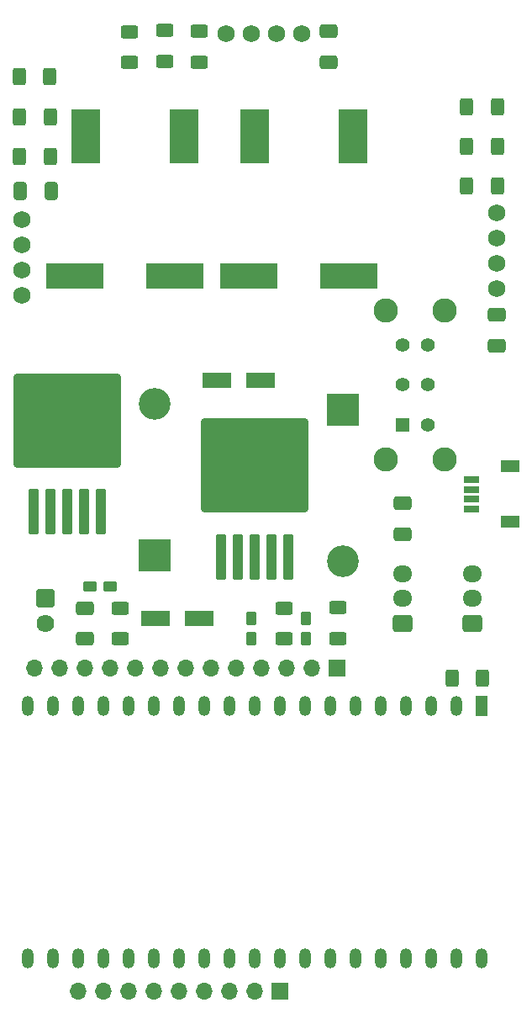
<source format=gbr>
%TF.GenerationSoftware,KiCad,Pcbnew,8.0.8*%
%TF.CreationDate,2025-02-20T18:43:26-05:00*%
%TF.ProjectId,pcb_v3,7063625f-7633-42e6-9b69-6361645f7063,rev?*%
%TF.SameCoordinates,Original*%
%TF.FileFunction,Soldermask,Top*%
%TF.FilePolarity,Negative*%
%FSLAX46Y46*%
G04 Gerber Fmt 4.6, Leading zero omitted, Abs format (unit mm)*
G04 Created by KiCad (PCBNEW 8.0.8) date 2025-02-20 18:43:26*
%MOMM*%
%LPD*%
G01*
G04 APERTURE LIST*
G04 Aperture macros list*
%AMRoundRect*
0 Rectangle with rounded corners*
0 $1 Rounding radius*
0 $2 $3 $4 $5 $6 $7 $8 $9 X,Y pos of 4 corners*
0 Add a 4 corners polygon primitive as box body*
4,1,4,$2,$3,$4,$5,$6,$7,$8,$9,$2,$3,0*
0 Add four circle primitives for the rounded corners*
1,1,$1+$1,$2,$3*
1,1,$1+$1,$4,$5*
1,1,$1+$1,$6,$7*
1,1,$1+$1,$8,$9*
0 Add four rect primitives between the rounded corners*
20,1,$1+$1,$2,$3,$4,$5,0*
20,1,$1+$1,$4,$5,$6,$7,0*
20,1,$1+$1,$6,$7,$8,$9,0*
20,1,$1+$1,$8,$9,$2,$3,0*%
G04 Aperture macros list end*
%ADD10RoundRect,0.250000X-0.400000X-0.625000X0.400000X-0.625000X0.400000X0.625000X-0.400000X0.625000X0*%
%ADD11R,5.800000X2.500000*%
%ADD12RoundRect,0.250000X0.300000X-2.050000X0.300000X2.050000X-0.300000X2.050000X-0.300000X-2.050000X0*%
%ADD13RoundRect,0.250002X5.149998X-4.449998X5.149998X4.449998X-5.149998X4.449998X-5.149998X-4.449998X0*%
%ADD14RoundRect,0.102000X0.604000X-0.604000X0.604000X0.604000X-0.604000X0.604000X-0.604000X-0.604000X0*%
%ADD15C,1.412000*%
%ADD16C,2.454000*%
%ADD17R,2.900000X5.400000*%
%ADD18RoundRect,0.250000X-0.412500X-0.650000X0.412500X-0.650000X0.412500X0.650000X-0.412500X0.650000X0*%
%ADD19RoundRect,0.102000X0.787500X-0.787500X0.787500X0.787500X-0.787500X0.787500X-0.787500X-0.787500X0*%
%ADD20C,1.779000*%
%ADD21RoundRect,0.102000X0.425000X-0.550000X0.425000X0.550000X-0.425000X0.550000X-0.425000X-0.550000X0*%
%ADD22C,1.734000*%
%ADD23R,1.200000X2.000000*%
%ADD24O,1.200000X2.000000*%
%ADD25R,3.200000X3.200000*%
%ADD26O,3.200000X3.200000*%
%ADD27RoundRect,0.250000X-0.650000X0.412500X-0.650000X-0.412500X0.650000X-0.412500X0.650000X0.412500X0*%
%ADD28RoundRect,0.250000X0.725000X-0.600000X0.725000X0.600000X-0.725000X0.600000X-0.725000X-0.600000X0*%
%ADD29O,1.950000X1.700000*%
%ADD30R,3.000000X1.600000*%
%ADD31RoundRect,0.250000X0.400000X0.625000X-0.400000X0.625000X-0.400000X-0.625000X0.400000X-0.625000X0*%
%ADD32R,1.700000X1.700000*%
%ADD33O,1.700000X1.700000*%
%ADD34RoundRect,0.250000X0.625000X-0.400000X0.625000X0.400000X-0.625000X0.400000X-0.625000X-0.400000X0*%
%ADD35RoundRect,0.250000X0.650000X-0.412500X0.650000X0.412500X-0.650000X0.412500X-0.650000X-0.412500X0*%
%ADD36RoundRect,0.250000X-0.625000X0.400000X-0.625000X-0.400000X0.625000X-0.400000X0.625000X0.400000X0*%
%ADD37R,1.549400X0.660400*%
%ADD38R,1.905000X1.295400*%
%ADD39RoundRect,0.102000X0.550000X0.425000X-0.550000X0.425000X-0.550000X-0.425000X0.550000X-0.425000X0*%
G04 APERTURE END LIST*
D10*
%TO.C,R7*%
X146450000Y-65500000D03*
X149550000Y-65500000D03*
%TD*%
D11*
%TO.C,CP4*%
X124450000Y-78500000D03*
X134550000Y-78500000D03*
%TD*%
D12*
%TO.C,U2*%
X102825000Y-102225000D03*
X104525000Y-102225000D03*
X106225000Y-102225000D03*
D13*
X106225000Y-93075000D03*
D12*
X107925000Y-102225000D03*
X109625000Y-102225000D03*
%TD*%
D10*
%TO.C,R10*%
X146450000Y-69500000D03*
X149550000Y-69500000D03*
%TD*%
D11*
%TO.C,CP3*%
X106950000Y-78500000D03*
X117050000Y-78500000D03*
%TD*%
D14*
%TO.C,S1*%
X140000000Y-93500000D03*
D15*
X140000000Y-89500000D03*
X140000000Y-85500000D03*
X142500000Y-93500000D03*
X142500000Y-89500000D03*
X142500000Y-85500000D03*
D16*
X138250000Y-97000000D03*
X138250000Y-82000000D03*
X144250000Y-82000000D03*
X144250000Y-97000000D03*
%TD*%
D17*
%TO.C,L2*%
X125050000Y-64500000D03*
X134950000Y-64500000D03*
%TD*%
D18*
%TO.C,C4*%
X101437500Y-70000000D03*
X104562500Y-70000000D03*
%TD*%
D19*
%TO.C,J1*%
X104000000Y-111000000D03*
D20*
X104000000Y-113500000D03*
%TD*%
D21*
%TO.C,D4*%
X124760000Y-115005000D03*
X124760000Y-112995000D03*
%TD*%
D22*
%TO.C,U6*%
X129810000Y-54125000D03*
X127270000Y-54125000D03*
X124730000Y-54125000D03*
X122190000Y-54125000D03*
%TD*%
D23*
%TO.C,U1*%
X147903440Y-121800000D03*
D24*
X145363440Y-121800000D03*
X142823440Y-121800000D03*
X140283440Y-121800000D03*
X137743440Y-121800000D03*
X135203440Y-121800000D03*
X132663440Y-121800000D03*
X130123440Y-121800000D03*
X127583440Y-121800000D03*
X125043440Y-121800000D03*
X122503440Y-121800000D03*
X119963440Y-121800000D03*
X117423440Y-121800000D03*
X114883440Y-121800000D03*
X112343440Y-121800000D03*
X109803440Y-121800000D03*
X107263440Y-121800000D03*
X104723440Y-121800000D03*
X102183440Y-121800000D03*
X102186160Y-147196320D03*
X104726160Y-147196320D03*
X107263440Y-147200000D03*
X109803440Y-147200000D03*
X112343440Y-147200000D03*
X114883440Y-147200000D03*
X117423440Y-147200000D03*
X119963440Y-147200000D03*
X122503440Y-147200000D03*
X125043440Y-147200000D03*
X127583440Y-147200000D03*
X130123440Y-147200000D03*
X132663440Y-147200000D03*
X135203440Y-147200000D03*
X137743440Y-147200000D03*
X140283440Y-147200000D03*
X142823440Y-147200000D03*
X145363440Y-147200000D03*
X147903440Y-147200000D03*
%TD*%
D25*
%TO.C,D2*%
X134000000Y-92000000D03*
D26*
X134000000Y-107240000D03*
%TD*%
D27*
%TO.C,C6*%
X149500000Y-82437500D03*
X149500000Y-85562500D03*
%TD*%
D28*
%TO.C,J7*%
X147000000Y-113500000D03*
D29*
X147000000Y-111000000D03*
X147000000Y-108500000D03*
%TD*%
D22*
%TO.C,U5*%
X101625000Y-72880000D03*
X101625000Y-75420000D03*
X101625000Y-77960000D03*
X101625000Y-80500000D03*
%TD*%
D30*
%TO.C,CP2*%
X121300000Y-89000000D03*
X125700000Y-89000000D03*
%TD*%
D31*
%TO.C,R11*%
X148050000Y-119000000D03*
X144950000Y-119000000D03*
%TD*%
D32*
%TO.C,J9*%
X127580000Y-150500000D03*
D33*
X125040000Y-150500000D03*
X122500000Y-150500000D03*
X119960000Y-150500000D03*
X117420000Y-150500000D03*
X114880000Y-150500000D03*
X112340000Y-150500000D03*
X109800000Y-150500000D03*
X107260000Y-150500000D03*
%TD*%
D34*
%TO.C,R8*%
X119500000Y-57000000D03*
X119500000Y-53900000D03*
%TD*%
D35*
%TO.C,C1*%
X108000000Y-115062500D03*
X108000000Y-111937500D03*
%TD*%
D36*
%TO.C,R1*%
X111500000Y-111950000D03*
X111500000Y-115050000D03*
%TD*%
D12*
%TO.C,U3*%
X121700000Y-106775000D03*
X123400000Y-106775000D03*
X125100000Y-106775000D03*
D13*
X125100000Y-97625000D03*
D12*
X126800000Y-106775000D03*
X128500000Y-106775000D03*
%TD*%
D32*
%TO.C,J8*%
X133360000Y-118000000D03*
D33*
X130820000Y-118000000D03*
X128280000Y-118000000D03*
X125740000Y-118000000D03*
X123200000Y-118000000D03*
X120660000Y-118000000D03*
X118120000Y-118000000D03*
X115580000Y-118000000D03*
X113040000Y-118000000D03*
X110500000Y-118000000D03*
X107960000Y-118000000D03*
X105420000Y-118000000D03*
X102880000Y-118000000D03*
%TD*%
D34*
%TO.C,R5*%
X116000000Y-56920000D03*
X116000000Y-53820000D03*
%TD*%
%TO.C,R2*%
X112500000Y-57050000D03*
X112500000Y-53950000D03*
%TD*%
%TO.C,R12*%
X128000000Y-115050000D03*
X128000000Y-111950000D03*
%TD*%
D35*
%TO.C,C2*%
X140000000Y-104562500D03*
X140000000Y-101437500D03*
%TD*%
%TO.C,C5*%
X132500000Y-57062500D03*
X132500000Y-53937500D03*
%TD*%
D21*
%TO.C,D5*%
X130260000Y-115005000D03*
X130260000Y-112995000D03*
%TD*%
D37*
%TO.C,J2*%
X146901500Y-102000000D03*
X146901500Y-100999999D03*
X146901500Y-100000001D03*
X146901500Y-99000000D03*
D38*
X150776501Y-97700001D03*
X150776501Y-103299999D03*
%TD*%
D34*
%TO.C,R13*%
X133500000Y-115000000D03*
X133500000Y-111900000D03*
%TD*%
D10*
%TO.C,R6*%
X101400000Y-62500000D03*
X104500000Y-62500000D03*
%TD*%
D17*
%TO.C,L1*%
X108050000Y-64500000D03*
X117950000Y-64500000D03*
%TD*%
D10*
%TO.C,R3*%
X101350000Y-58500000D03*
X104450000Y-58500000D03*
%TD*%
%TO.C,R4*%
X146450000Y-61500000D03*
X149550000Y-61500000D03*
%TD*%
D39*
%TO.C,D3*%
X110505000Y-109740000D03*
X108495000Y-109740000D03*
%TD*%
D28*
%TO.C,J6*%
X140000000Y-113500000D03*
D29*
X140000000Y-111000000D03*
X140000000Y-108500000D03*
%TD*%
D10*
%TO.C,R9*%
X101400000Y-66500000D03*
X104500000Y-66500000D03*
%TD*%
D25*
%TO.C,D1*%
X115000000Y-106620000D03*
D26*
X115000000Y-91380000D03*
%TD*%
D22*
%TO.C,U4*%
X149500000Y-79810000D03*
X149500000Y-77270000D03*
X149500000Y-74730000D03*
X149500000Y-72190000D03*
%TD*%
D30*
%TO.C,CP1*%
X115100000Y-113000000D03*
X119500000Y-113000000D03*
%TD*%
M02*

</source>
